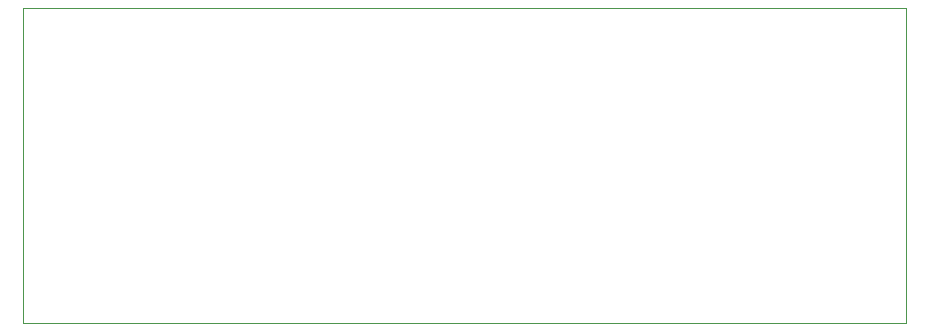
<source format=gbr>
%TF.GenerationSoftware,KiCad,Pcbnew,6.0.2+dfsg-1~bpo11+1*%
%TF.CreationDate,2022-09-15T10:13:57-04:00*%
%TF.ProjectId,at42qt148_captouch,61743432-7174-4313-9438-5f636170746f,rev?*%
%TF.SameCoordinates,Original*%
%TF.FileFunction,Profile,NP*%
%FSLAX46Y46*%
G04 Gerber Fmt 4.6, Leading zero omitted, Abs format (unit mm)*
G04 Created by KiCad (PCBNEW 6.0.2+dfsg-1~bpo11+1) date 2022-09-15 10:13:57*
%MOMM*%
%LPD*%
G01*
G04 APERTURE LIST*
%TA.AperFunction,Profile*%
%ADD10C,0.100000*%
%TD*%
G04 APERTURE END LIST*
D10*
X106825000Y-82000000D02*
X181625000Y-82000000D01*
X181625000Y-82000000D02*
X181625000Y-108600000D01*
X181625000Y-108600000D02*
X106825000Y-108600000D01*
X106825000Y-108600000D02*
X106825000Y-82000000D01*
M02*

</source>
